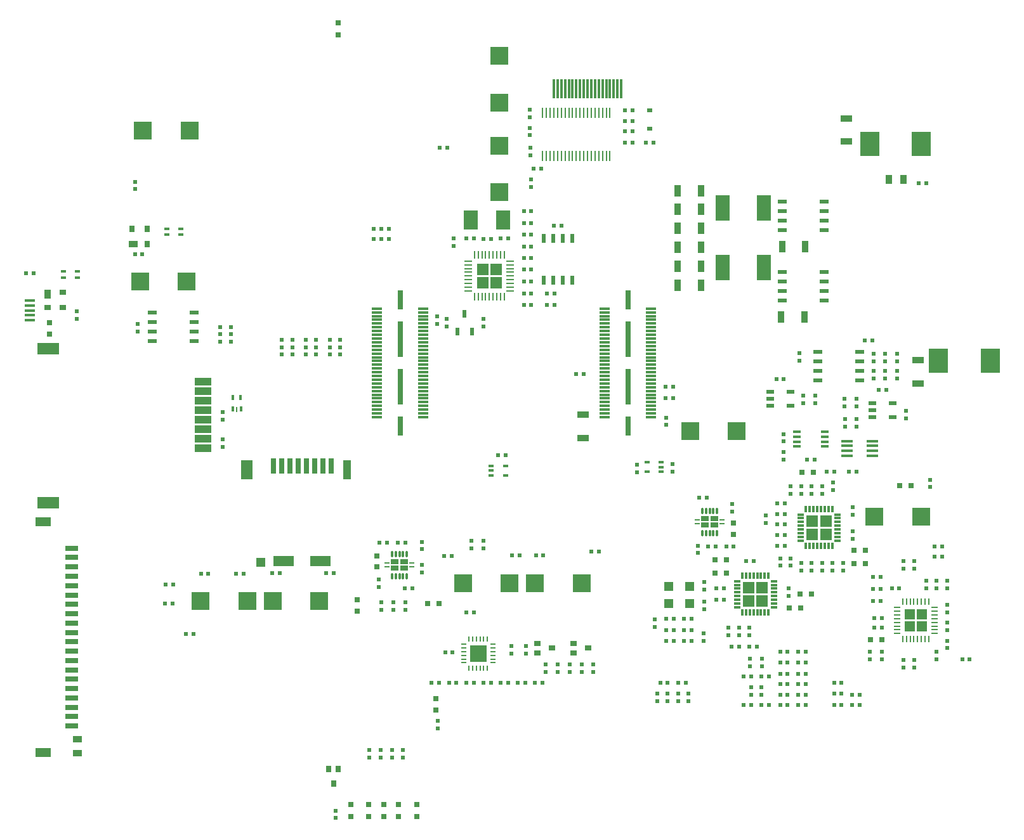
<source format=gtp>
%FSLAX44Y44*%
%MOMM*%
G71*
G01*
G75*
G04 Layer_Color=8421504*
%ADD10R,0.2500X0.8000*%
%ADD11R,0.4000X0.6500*%
%ADD12R,0.3250X0.6500*%
%ADD13R,0.6000X0.5000*%
%ADD14R,1.2000X1.1500*%
%ADD15R,2.5000X3.3000*%
%ADD16R,1.8288X3.4290*%
%ADD17R,0.6400X4.7000*%
%ADD18R,0.6400X2.5400*%
%ADD19R,1.4500X0.3000*%
%ADD20R,0.8500X0.2800*%
%ADD21R,0.2800X0.8500*%
%ADD22R,3.1500X3.1500*%
%ADD23R,3.5000X3.5000*%
%ADD24R,0.8500X0.3000*%
%ADD25R,0.3000X0.8500*%
%ADD26R,3.5000X3.5000*%
%ADD27R,1.0400X0.3800*%
%ADD28R,1.0000X0.2800*%
%ADD29R,0.2800X1.0000*%
%ADD30R,3.7000X3.7000*%
%ADD31R,0.8000X0.2400*%
%ADD32R,0.2400X0.8000*%
%ADD33R,2.2000X2.2000*%
%ADD34R,1.0000X0.5500*%
%ADD35R,1.2000X0.5800*%
%ADD36R,0.5800X1.2000*%
%ADD37R,0.9000X0.7000*%
%ADD38R,0.7000X0.9000*%
%ADD39C,1.0160*%
%ADD40R,1.9000X2.6000*%
%ADD41R,0.2800X1.4000*%
%ADD42R,0.8000X0.8000*%
%ADD43R,0.7500X0.4000*%
%ADD44R,0.9000X1.2000*%
%ADD45R,0.9000X0.8000*%
%ADD46R,0.6858X0.5588*%
%ADD47R,0.5000X0.6000*%
%ADD48R,1.6000X0.3000*%
%ADD49R,2.3700X2.4300*%
%ADD50R,2.4300X2.3700*%
%ADD51R,1.6000X0.9000*%
%ADD52R,0.9000X1.6000*%
%ADD53R,0.9000X1.3000*%
%ADD54R,1.3000X0.9000*%
%ADD55R,0.8000X0.8000*%
%ADD56R,0.5000X0.5000*%
%ADD57R,0.5000X0.5000*%
%ADD58R,0.3000X2.6000*%
%ADD59R,0.6000X1.0500*%
%ADD60R,0.7000X0.2800*%
%ADD61R,2.3368X1.6500*%
%ADD62O,0.2800X0.8500*%
%ADD63R,1.2000X0.9000*%
%ADD64R,0.8000X0.9000*%
%ADD65R,2.7000X1.4000*%
%ADD66R,0.7000X2.0000*%
%ADD67R,1.2000X1.2000*%
%ADD68R,1.5000X2.6000*%
%ADD69R,1.0000X2.6000*%
%ADD70R,1.9000X1.8000*%
%ADD71R,1.3500X0.4000*%
%ADD72R,2.9500X1.5000*%
%ADD73R,2.3000X1.0000*%
%ADD74R,2.0000X1.2500*%
%ADD75R,1.7000X0.8000*%
%ADD76C,0.2500*%
%ADD77C,0.3000*%
%ADD78C,0.5000*%
%ADD79C,0.2800*%
%ADD80C,0.4000*%
%ADD81C,0.2400*%
%ADD82C,0.8000*%
%ADD83C,0.5800*%
%ADD84C,0.6000*%
%ADD85C,0.4300*%
%ADD86C,0.3500*%
%ADD87C,1.0000*%
%ADD88C,0.2830*%
%ADD89C,1.7000*%
%ADD90C,5.0000*%
%ADD91O,4.0000X5.0000*%
%ADD92R,1.7000X1.7000*%
%ADD93R,1.7000X1.7000*%
%ADD94C,7.4000*%
%ADD95C,5.2000*%
%ADD96C,1.4000*%
%ADD97R,1.4000X1.4000*%
%ADD98R,2.0000X1.6000*%
%ADD99O,2.0000X1.6000*%
%ADD100R,1.6000X2.0000*%
%ADD101O,1.6000X2.0000*%
%ADD102C,1.3000*%
%ADD103C,2.0000*%
%ADD104O,1.3000X1.1000*%
%ADD105C,2.4000*%
%ADD106O,1.6000X2.0000*%
%ADD107R,1.6000X2.0000*%
%ADD108C,1.9000*%
%ADD109R,1.9000X1.9000*%
%ADD110C,3.6000*%
%ADD111R,3.6000X3.6000*%
%ADD112C,1.8000*%
%ADD113C,2.2000*%
%ADD114C,2.7000*%
%ADD115C,3.2500*%
%ADD116C,1.5748*%
%ADD117C,3.0000*%
%ADD118C,1.5240*%
%ADD119O,3.3000X4.0000*%
%ADD120C,3.0000*%
G04:AMPARAMS|DCode=121|XSize=1.25mm|YSize=1.1mm|CornerRadius=0.462mm|HoleSize=0mm|Usage=FLASHONLY|Rotation=0.000|XOffset=0mm|YOffset=0mm|HoleType=Round|Shape=RoundedRectangle|*
%AMROUNDEDRECTD121*
21,1,1.2500,0.1760,0,0,0.0*
21,1,0.3260,1.1000,0,0,0.0*
1,1,0.9240,0.1630,-0.0880*
1,1,0.9240,-0.1630,-0.0880*
1,1,0.9240,-0.1630,0.0880*
1,1,0.9240,0.1630,0.0880*
%
%ADD121ROUNDEDRECTD121*%
G04:AMPARAMS|DCode=122|XSize=1.9mm|YSize=2.425mm|CornerRadius=0.57mm|HoleSize=0mm|Usage=FLASHONLY|Rotation=0.000|XOffset=0mm|YOffset=0mm|HoleType=Round|Shape=RoundedRectangle|*
%AMROUNDEDRECTD122*
21,1,1.9000,1.2850,0,0,0.0*
21,1,0.7600,2.4250,0,0,0.0*
1,1,1.1400,0.3800,-0.6425*
1,1,1.1400,-0.3800,-0.6425*
1,1,1.1400,-0.3800,0.6425*
1,1,1.1400,0.3800,0.6425*
%
%ADD122ROUNDEDRECTD122*%
%ADD123R,1.5000X1.5000*%
%ADD124C,1.5000*%
%ADD125C,0.4500*%
%ADD126C,1.0000*%
%ADD127C,1.0000*%
%ADD128C,1.6000*%
G04:AMPARAMS|DCode=129|XSize=2mm|YSize=2mm|CornerRadius=0mm|HoleSize=0mm|Usage=FLASHONLY|Rotation=0.000|XOffset=0mm|YOffset=0mm|HoleType=Round|Shape=Relief|Width=0.5mm|Gap=0.2mm|Entries=4|*
%AMTHD129*
7,0,0,2.0000,1.6000,0.5000,45*
%
%ADD129THD129*%
%ADD130C,2.2000*%
%ADD131C,3.8000*%
G04:AMPARAMS|DCode=132|XSize=3.7mm|YSize=3.7mm|CornerRadius=0mm|HoleSize=0mm|Usage=FLASHONLY|Rotation=0.000|XOffset=0mm|YOffset=0mm|HoleType=Round|Shape=Relief|Width=0.5mm|Gap=0.2mm|Entries=4|*
%AMTHD132*
7,0,0,3.7000,3.3000,0.5000,45*
%
%ADD132THD132*%
G04:AMPARAMS|DCode=133|XSize=2.1mm|YSize=2.1mm|CornerRadius=0mm|HoleSize=0mm|Usage=FLASHONLY|Rotation=0.000|XOffset=0mm|YOffset=0mm|HoleType=Round|Shape=Relief|Width=0.5mm|Gap=0.2mm|Entries=4|*
%AMTHD133*
7,0,0,2.1000,1.7000,0.5000,45*
%
%ADD133THD133*%
%ADD134C,1.6500*%
G04:AMPARAMS|DCode=135|XSize=4.2mm|YSize=4.2mm|CornerRadius=0mm|HoleSize=0mm|Usage=FLASHONLY|Rotation=0.000|XOffset=0mm|YOffset=0mm|HoleType=Round|Shape=Relief|Width=0.5mm|Gap=0.2mm|Entries=4|*
%AMTHD135*
7,0,0,4.2000,3.8000,0.5000,45*
%
%ADD135THD135*%
G04:AMPARAMS|DCode=136|XSize=1.8mm|YSize=1.8mm|CornerRadius=0mm|HoleSize=0mm|Usage=FLASHONLY|Rotation=0.000|XOffset=0mm|YOffset=0mm|HoleType=Round|Shape=Relief|Width=0.5mm|Gap=0.2mm|Entries=4|*
%AMTHD136*
7,0,0,1.8000,1.4000,0.5000,45*
%
%ADD136THD136*%
G04:AMPARAMS|DCode=137|XSize=3.2mm|YSize=3.2mm|CornerRadius=0mm|HoleSize=0mm|Usage=FLASHONLY|Rotation=0.000|XOffset=0mm|YOffset=0mm|HoleType=Round|Shape=Relief|Width=0.5mm|Gap=0.2mm|Entries=4|*
%AMTHD137*
7,0,0,3.2000,2.8000,0.5000,45*
%
%ADD137THD137*%
G04:AMPARAMS|DCode=138|XSize=1.74mm|YSize=1.74mm|CornerRadius=0mm|HoleSize=0mm|Usage=FLASHONLY|Rotation=0.000|XOffset=0mm|YOffset=0mm|HoleType=Round|Shape=Relief|Width=0.5mm|Gap=0.2mm|Entries=4|*
%AMTHD138*
7,0,0,1.7400,1.3400,0.5000,45*
%
%ADD138THD138*%
G04:AMPARAMS|DCode=139|XSize=2.35mm|YSize=2.35mm|CornerRadius=0mm|HoleSize=0mm|Usage=FLASHONLY|Rotation=0.000|XOffset=0mm|YOffset=0mm|HoleType=Round|Shape=Relief|Width=0.5mm|Gap=0.2mm|Entries=4|*
%AMTHD139*
7,0,0,2.3500,1.9500,0.5000,45*
%
%ADD139THD139*%
%ADD140C,1.3400*%
G04:AMPARAMS|DCode=141|XSize=2.6mm|YSize=2.6mm|CornerRadius=0mm|HoleSize=0mm|Usage=FLASHONLY|Rotation=0.000|XOffset=0mm|YOffset=0mm|HoleType=Round|Shape=Relief|Width=0.5mm|Gap=0.2mm|Entries=4|*
%AMTHD141*
7,0,0,2.6000,2.2000,0.5000,45*
%
%ADD141THD141*%
%ADD142C,1.6900*%
G04:AMPARAMS|DCode=143|XSize=4.18mm|YSize=4.18mm|CornerRadius=0mm|HoleSize=0mm|Usage=FLASHONLY|Rotation=0.000|XOffset=0mm|YOffset=0mm|HoleType=Round|Shape=Relief|Width=0.5mm|Gap=0.2mm|Entries=4|*
%AMTHD143*
7,0,0,4.1800,3.7800,0.5000,45*
%
%ADD143THD143*%
G04:AMPARAMS|DCode=144|XSize=2.09mm|YSize=2.09mm|CornerRadius=0mm|HoleSize=0mm|Usage=FLASHONLY|Rotation=0.000|XOffset=0mm|YOffset=0mm|HoleType=Round|Shape=Relief|Width=0.5mm|Gap=0.2mm|Entries=4|*
%AMTHD144*
7,0,0,2.0900,1.6900,0.5000,45*
%
%ADD144THD144*%
%ADD145C,2.4000*%
G04:AMPARAMS|DCode=146|XSize=2.8mm|YSize=2.8mm|CornerRadius=0mm|HoleSize=0mm|Usage=FLASHONLY|Rotation=0.000|XOffset=0mm|YOffset=0mm|HoleType=Round|Shape=Relief|Width=0.5mm|Gap=0.2mm|Entries=4|*
%AMTHD146*
7,0,0,2.8000,2.4000,0.5000,45*
%
%ADD146THD146*%
G04:AMPARAMS|DCode=147|XSize=2.3mm|YSize=2.3mm|CornerRadius=0mm|HoleSize=0mm|Usage=FLASHONLY|Rotation=0.000|XOffset=0mm|YOffset=0mm|HoleType=Round|Shape=Relief|Width=0.5mm|Gap=0.2mm|Entries=4|*
%AMTHD147*
7,0,0,2.3000,1.9000,0.5000,45*
%
%ADD147THD147*%
%ADD148C,3.8500*%
%ADD149C,1.9500*%
G04:AMPARAMS|DCode=150|XSize=3.3mm|YSize=3.3mm|CornerRadius=0mm|HoleSize=0mm|Usage=FLASHONLY|Rotation=0.000|XOffset=0mm|YOffset=0mm|HoleType=Round|Shape=Relief|Width=0.5mm|Gap=0.2mm|Entries=4|*
%AMTHD150*
7,0,0,3.3000,2.9000,0.5000,45*
%
%ADD150THD150*%
%ADD151C,2.3500*%
G04:AMPARAMS|DCode=152|XSize=3.4mm|YSize=3.4mm|CornerRadius=0mm|HoleSize=0mm|Usage=FLASHONLY|Rotation=0.000|XOffset=0mm|YOffset=0mm|HoleType=Round|Shape=Relief|Width=0.5mm|Gap=0.2mm|Entries=4|*
%AMTHD152*
7,0,0,3.4000,3.0000,0.5000,45*
%
%ADD152THD152*%
G04:AMPARAMS|DCode=153|XSize=4mm|YSize=4mm|CornerRadius=0mm|HoleSize=0mm|Usage=FLASHONLY|Rotation=0.000|XOffset=0mm|YOffset=0mm|HoleType=Round|Shape=Relief|Width=0.5mm|Gap=0.2mm|Entries=4|*
%AMTHD153*
7,0,0,4.0000,3.6000,0.5000,45*
%
%ADD153THD153*%
G04:AMPARAMS|DCode=154|XSize=3mm|YSize=3mm|CornerRadius=0mm|HoleSize=0mm|Usage=FLASHONLY|Rotation=0.000|XOffset=0mm|YOffset=0mm|HoleType=Round|Shape=Relief|Width=0.5mm|Gap=0.2mm|Entries=4|*
%AMTHD154*
7,0,0,3.0000,2.6000,0.5000,45*
%
%ADD154THD154*%
%ADD155C,2.1500*%
G04:AMPARAMS|DCode=156|XSize=1.85mm|YSize=1.85mm|CornerRadius=0mm|HoleSize=0mm|Usage=FLASHONLY|Rotation=0.000|XOffset=0mm|YOffset=0mm|HoleType=Round|Shape=Relief|Width=0.5mm|Gap=0.2mm|Entries=4|*
%AMTHD156*
7,0,0,1.8500,1.4500,0.5000,45*
%
%ADD156THD156*%
%ADD157C,2.0000*%
%ADD158C,2.9500*%
G04:AMPARAMS|DCode=159|XSize=1.7mm|YSize=1.7mm|CornerRadius=0mm|HoleSize=0mm|Usage=FLASHONLY|Rotation=0.000|XOffset=0mm|YOffset=0mm|HoleType=Round|Shape=Relief|Width=0.5mm|Gap=0.2mm|Entries=4|*
%AMTHD159*
7,0,0,1.7000,1.3000,0.5000,45*
%
%ADD159THD159*%
G04:AMPARAMS|DCode=160|XSize=1.9mm|YSize=1.9mm|CornerRadius=0mm|HoleSize=0mm|Usage=FLASHONLY|Rotation=0.000|XOffset=0mm|YOffset=0mm|HoleType=Round|Shape=Relief|Width=0.5mm|Gap=0.2mm|Entries=4|*
%AMTHD160*
7,0,0,1.9000,1.5000,0.5000,45*
%
%ADD160THD160*%
%ADD161C,0.8000*%
%ADD162C,1.1000*%
%ADD163C,0.2000*%
%ADD164R,2.3000X3.2000*%
%ADD165R,0.6000X2.0000*%
%ADD166R,0.2500X0.6000*%
%ADD167R,3.3000X3.3000*%
%ADD168R,0.6000X0.2300*%
%ADD169R,0.2300X0.6000*%
%ADD170R,0.2500X0.5000*%
%ADD171R,1.6000X0.3500*%
%ADD172R,1.6000X0.8000*%
%ADD173R,3.0000X2.1000*%
%ADD174R,0.7620X1.9050*%
%ADD175R,3.6000X3.0000*%
%ADD176R,2.5000X0.8000*%
%ADD177R,0.4000X0.7500*%
%ADD178C,0.6350*%
%ADD179R,1.4000X0.7500*%
%ADD180R,1.1000X1.2000*%
%ADD181R,1.2000X2.7000*%
%ADD182R,1.5000X1.9000*%
%ADD183R,1.0000X1.2000*%
%ADD184R,1.0000X0.8001*%
%ADD185R,1.0000X2.8001*%
%ADD186R,1.3000X1.8999*%
%ADD187R,1.0000X1.2000*%
%ADD188R,0.7000X1.2000*%
%ADD189C,0.2300*%
%ADD190C,0.2200*%
%ADD191C,0.2540*%
%ADD192C,0.2032*%
%ADD193C,0.1500*%
%ADD194R,1.4000X1.4000*%
%ADD195R,1.6000X1.6000*%
%ADD196R,1.6000X1.6000*%
%ADD197R,1.6000X1.6000*%
%ADD198R,1.6000X1.6000*%
%ADD199R,1.0414X0.6604*%
D10*
X325000Y562749D02*
D03*
D11*
X330000Y578499D02*
D03*
X320000D02*
D03*
D12*
X330380Y563499D02*
D03*
X319620D02*
D03*
D13*
X449000Y636000D02*
D03*
Y646000D02*
D03*
X614000Y791000D02*
D03*
Y781000D02*
D03*
X638000Y387000D02*
D03*
Y377000D02*
D03*
X654000Y387000D02*
D03*
Y377000D02*
D03*
X1097000Y581000D02*
D03*
Y571000D02*
D03*
X1081000Y581000D02*
D03*
Y571000D02*
D03*
X1273000Y334000D02*
D03*
Y324000D02*
D03*
X769000Y222000D02*
D03*
Y212000D02*
D03*
X753000Y222000D02*
D03*
Y212000D02*
D03*
X785000Y222000D02*
D03*
Y212000D02*
D03*
X801000Y222000D02*
D03*
Y212000D02*
D03*
X654000Y674000D02*
D03*
Y684000D02*
D03*
X906000Y490000D02*
D03*
Y480000D02*
D03*
X1055000Y530000D02*
D03*
Y520000D02*
D03*
Y496000D02*
D03*
Y506000D02*
D03*
X457000Y17000D02*
D03*
Y27000D02*
D03*
X1026000Y220000D02*
D03*
Y230000D02*
D03*
X1010000Y220000D02*
D03*
Y230000D02*
D03*
X948000Y264000D02*
D03*
Y254000D02*
D03*
X883000Y272000D02*
D03*
Y282000D02*
D03*
X111000Y684000D02*
D03*
Y694000D02*
D03*
X303000Y653000D02*
D03*
Y663000D02*
D03*
Y673000D02*
D03*
Y663000D02*
D03*
X317000Y653000D02*
D03*
Y663000D02*
D03*
Y673000D02*
D03*
Y663000D02*
D03*
X1190000Y637000D02*
D03*
Y627000D02*
D03*
Y604000D02*
D03*
Y614000D02*
D03*
X1206000Y627000D02*
D03*
Y637000D02*
D03*
Y604000D02*
D03*
Y614000D02*
D03*
X1076000Y638000D02*
D03*
Y628000D02*
D03*
X1218000Y551000D02*
D03*
Y561000D02*
D03*
X718000Y860000D02*
D03*
Y870000D02*
D03*
X1170000Y239000D02*
D03*
Y229000D02*
D03*
X1186000Y229000D02*
D03*
Y239000D02*
D03*
X1031000Y421000D02*
D03*
Y411000D02*
D03*
X547000Y98000D02*
D03*
Y108000D02*
D03*
X532000Y98000D02*
D03*
Y108000D02*
D03*
X517000Y98000D02*
D03*
Y108000D02*
D03*
X502000Y98000D02*
D03*
Y108000D02*
D03*
X385000Y636000D02*
D03*
Y646000D02*
D03*
Y656000D02*
D03*
Y646000D02*
D03*
X399000Y636000D02*
D03*
Y646000D02*
D03*
Y656000D02*
D03*
Y646000D02*
D03*
X417000Y636000D02*
D03*
Y646000D02*
D03*
Y656000D02*
D03*
Y646000D02*
D03*
X431000Y636000D02*
D03*
Y646000D02*
D03*
Y656000D02*
D03*
Y646000D02*
D03*
X449000Y656000D02*
D03*
Y646000D02*
D03*
X463000Y636000D02*
D03*
Y646000D02*
D03*
Y656000D02*
D03*
Y646000D02*
D03*
X550000Y295000D02*
D03*
Y305000D02*
D03*
X534000Y295000D02*
D03*
Y305000D02*
D03*
X1137000Y550000D02*
D03*
Y540000D02*
D03*
X1121000Y465000D02*
D03*
Y455000D02*
D03*
X1152000Y577000D02*
D03*
Y567000D02*
D03*
X1136000Y567000D02*
D03*
Y577000D02*
D03*
X737000Y212000D02*
D03*
Y222000D02*
D03*
X711000Y237000D02*
D03*
Y247000D02*
D03*
X518000Y295000D02*
D03*
Y305000D02*
D03*
X691000Y237000D02*
D03*
Y247000D02*
D03*
D14*
X901000Y326750D02*
D03*
Y303250D02*
D03*
X929000Y326750D02*
D03*
Y303250D02*
D03*
D15*
X1169500Y917000D02*
D03*
X1238500D02*
D03*
X1261500Y628000D02*
D03*
X1330500D02*
D03*
D16*
X1028686Y752000D02*
D03*
X973314D02*
D03*
Y832000D02*
D03*
X1028686D02*
D03*
D17*
X543000Y656750D02*
D03*
Y593250D02*
D03*
X847000Y656750D02*
D03*
Y593250D02*
D03*
D18*
X543000Y709450D02*
D03*
Y540550D02*
D03*
X847000Y709450D02*
D03*
Y540550D02*
D03*
D19*
X512100Y697500D02*
D03*
Y692500D02*
D03*
Y687500D02*
D03*
Y682500D02*
D03*
Y677500D02*
D03*
Y672500D02*
D03*
Y667500D02*
D03*
Y662500D02*
D03*
Y657500D02*
D03*
Y652500D02*
D03*
Y647500D02*
D03*
Y642500D02*
D03*
Y637500D02*
D03*
Y632500D02*
D03*
Y627500D02*
D03*
Y622500D02*
D03*
Y617500D02*
D03*
Y612500D02*
D03*
Y607500D02*
D03*
Y602500D02*
D03*
Y597500D02*
D03*
Y592500D02*
D03*
Y587500D02*
D03*
Y582500D02*
D03*
Y577500D02*
D03*
Y572500D02*
D03*
Y567500D02*
D03*
Y562500D02*
D03*
Y557500D02*
D03*
Y552500D02*
D03*
X573900Y697500D02*
D03*
Y692500D02*
D03*
Y687500D02*
D03*
Y682500D02*
D03*
Y677500D02*
D03*
Y672500D02*
D03*
Y667500D02*
D03*
Y662500D02*
D03*
Y657500D02*
D03*
Y652500D02*
D03*
Y647500D02*
D03*
Y642500D02*
D03*
Y637500D02*
D03*
Y632500D02*
D03*
Y627500D02*
D03*
Y622500D02*
D03*
Y617500D02*
D03*
Y612500D02*
D03*
Y607500D02*
D03*
Y602500D02*
D03*
Y597500D02*
D03*
Y592500D02*
D03*
Y587500D02*
D03*
Y582500D02*
D03*
Y577500D02*
D03*
Y572500D02*
D03*
Y567500D02*
D03*
Y562500D02*
D03*
Y557500D02*
D03*
Y552500D02*
D03*
X816100Y697500D02*
D03*
Y692500D02*
D03*
Y687500D02*
D03*
Y682500D02*
D03*
Y677500D02*
D03*
Y672500D02*
D03*
Y667500D02*
D03*
Y662500D02*
D03*
Y657500D02*
D03*
Y652500D02*
D03*
Y647500D02*
D03*
Y642500D02*
D03*
Y637500D02*
D03*
Y632500D02*
D03*
Y627500D02*
D03*
Y622500D02*
D03*
Y617500D02*
D03*
Y612500D02*
D03*
Y607500D02*
D03*
Y602500D02*
D03*
Y597500D02*
D03*
Y592500D02*
D03*
Y587500D02*
D03*
Y582500D02*
D03*
Y577500D02*
D03*
Y572500D02*
D03*
Y567500D02*
D03*
Y562500D02*
D03*
Y557500D02*
D03*
Y552500D02*
D03*
X877900Y697500D02*
D03*
Y692500D02*
D03*
Y687500D02*
D03*
Y682500D02*
D03*
Y677500D02*
D03*
Y672500D02*
D03*
Y667500D02*
D03*
Y662500D02*
D03*
Y657500D02*
D03*
Y652500D02*
D03*
Y647500D02*
D03*
Y642500D02*
D03*
Y637500D02*
D03*
Y632500D02*
D03*
Y627500D02*
D03*
Y622500D02*
D03*
Y617500D02*
D03*
Y612500D02*
D03*
Y607500D02*
D03*
Y602500D02*
D03*
Y597500D02*
D03*
Y592500D02*
D03*
Y587500D02*
D03*
Y582500D02*
D03*
Y577500D02*
D03*
Y572500D02*
D03*
Y567500D02*
D03*
Y562500D02*
D03*
Y557500D02*
D03*
Y552500D02*
D03*
D20*
X1206250Y263500D02*
D03*
Y268500D02*
D03*
Y273500D02*
D03*
Y278500D02*
D03*
Y283500D02*
D03*
Y288500D02*
D03*
Y293500D02*
D03*
Y298500D02*
D03*
X1255750D02*
D03*
Y293500D02*
D03*
Y288500D02*
D03*
Y283500D02*
D03*
Y278500D02*
D03*
Y273500D02*
D03*
Y268500D02*
D03*
Y263500D02*
D03*
D21*
X1213500Y305750D02*
D03*
X1218500D02*
D03*
X1223500D02*
D03*
X1228500D02*
D03*
X1233500D02*
D03*
X1238500D02*
D03*
X1243500D02*
D03*
X1248500D02*
D03*
Y256250D02*
D03*
X1243500D02*
D03*
X1238500D02*
D03*
X1233500D02*
D03*
X1228500D02*
D03*
X1223500D02*
D03*
X1218500D02*
D03*
X1213500D02*
D03*
D24*
X992500Y333500D02*
D03*
Y328500D02*
D03*
Y323500D02*
D03*
Y318500D02*
D03*
Y313500D02*
D03*
Y308500D02*
D03*
Y303500D02*
D03*
Y298500D02*
D03*
X1041500D02*
D03*
Y303500D02*
D03*
Y308500D02*
D03*
Y313500D02*
D03*
Y318500D02*
D03*
Y323500D02*
D03*
Y328500D02*
D03*
Y333500D02*
D03*
X1077500Y422500D02*
D03*
Y417500D02*
D03*
Y412500D02*
D03*
Y407500D02*
D03*
Y402500D02*
D03*
Y397500D02*
D03*
Y392500D02*
D03*
Y387500D02*
D03*
X1126500D02*
D03*
Y392500D02*
D03*
Y397500D02*
D03*
Y402500D02*
D03*
Y407500D02*
D03*
Y412500D02*
D03*
Y417500D02*
D03*
Y422500D02*
D03*
D25*
X999500Y291500D02*
D03*
X1004500D02*
D03*
X1009500D02*
D03*
X1014500D02*
D03*
X1019500D02*
D03*
X1024500D02*
D03*
X1029500D02*
D03*
X1034500D02*
D03*
Y340500D02*
D03*
X1029500D02*
D03*
X1024500D02*
D03*
X1019500D02*
D03*
X1014500D02*
D03*
X1009500D02*
D03*
X1004500D02*
D03*
X999500D02*
D03*
X1119500Y429500D02*
D03*
X1114500D02*
D03*
X1109500D02*
D03*
X1104500D02*
D03*
X1099500D02*
D03*
X1094500D02*
D03*
X1089500D02*
D03*
X1084500D02*
D03*
Y380500D02*
D03*
X1089500D02*
D03*
X1094500D02*
D03*
X1099500D02*
D03*
X1104500D02*
D03*
X1109500D02*
D03*
X1114500D02*
D03*
X1119500D02*
D03*
D27*
X1072000Y532750D02*
D03*
Y526250D02*
D03*
Y519750D02*
D03*
Y513250D02*
D03*
X1110000Y532750D02*
D03*
Y526250D02*
D03*
Y519750D02*
D03*
Y513250D02*
D03*
D28*
X634000Y761000D02*
D03*
Y756000D02*
D03*
Y751000D02*
D03*
Y746000D02*
D03*
Y741000D02*
D03*
Y736000D02*
D03*
Y731000D02*
D03*
Y726000D02*
D03*
Y721000D02*
D03*
X690000D02*
D03*
Y726000D02*
D03*
Y731000D02*
D03*
Y736000D02*
D03*
Y741000D02*
D03*
Y746000D02*
D03*
Y751000D02*
D03*
Y756000D02*
D03*
Y761000D02*
D03*
D29*
X642000Y713000D02*
D03*
X647000D02*
D03*
X652000D02*
D03*
X657000D02*
D03*
X662000D02*
D03*
X667000D02*
D03*
X672000D02*
D03*
X677000D02*
D03*
X682000D02*
D03*
Y769000D02*
D03*
X677000D02*
D03*
X672000D02*
D03*
X667000D02*
D03*
X662000D02*
D03*
X657000D02*
D03*
X652000D02*
D03*
X647000D02*
D03*
X642000D02*
D03*
D31*
X627500Y224500D02*
D03*
Y229500D02*
D03*
Y234500D02*
D03*
Y239500D02*
D03*
Y244500D02*
D03*
Y249500D02*
D03*
X666500D02*
D03*
Y244500D02*
D03*
Y239500D02*
D03*
Y234500D02*
D03*
Y229500D02*
D03*
Y224500D02*
D03*
D32*
X634500Y256500D02*
D03*
X639500D02*
D03*
X644500D02*
D03*
X649500D02*
D03*
X654500D02*
D03*
X659500D02*
D03*
Y217500D02*
D03*
X654500D02*
D03*
X649500D02*
D03*
X644500D02*
D03*
X639500D02*
D03*
X634500D02*
D03*
D33*
X647000Y237000D02*
D03*
D34*
X1063500Y567500D02*
D03*
Y586500D02*
D03*
X1036500Y567500D02*
D03*
Y577000D02*
D03*
Y586500D02*
D03*
X1200500Y552500D02*
D03*
Y571500D02*
D03*
X1173500Y552500D02*
D03*
Y562000D02*
D03*
Y571500D02*
D03*
D35*
X268000Y653950D02*
D03*
Y666650D02*
D03*
Y679350D02*
D03*
Y692050D02*
D03*
X212000Y653950D02*
D03*
Y666650D02*
D03*
Y679350D02*
D03*
Y692050D02*
D03*
X1156000Y601950D02*
D03*
Y614650D02*
D03*
Y627350D02*
D03*
Y640050D02*
D03*
X1100000Y601950D02*
D03*
Y614650D02*
D03*
Y627350D02*
D03*
Y640050D02*
D03*
X1109000Y707950D02*
D03*
Y720650D02*
D03*
Y733350D02*
D03*
Y746050D02*
D03*
X1053000Y707950D02*
D03*
Y720650D02*
D03*
Y733350D02*
D03*
Y746050D02*
D03*
X1109000Y801950D02*
D03*
Y814650D02*
D03*
Y827350D02*
D03*
Y840050D02*
D03*
X1053000Y801950D02*
D03*
Y814650D02*
D03*
Y827350D02*
D03*
Y840050D02*
D03*
D36*
X734950Y735000D02*
D03*
X747650D02*
D03*
X760350D02*
D03*
X773050D02*
D03*
X734950Y791000D02*
D03*
X747650D02*
D03*
X760350D02*
D03*
X773050D02*
D03*
D37*
X726500Y250500D02*
D03*
Y237500D02*
D03*
X745500Y244000D02*
D03*
X774500Y250500D02*
D03*
Y237500D02*
D03*
X793500Y244000D02*
D03*
D38*
X460500Y82500D02*
D03*
X447500D02*
D03*
X454000Y63500D02*
D03*
D40*
X680500Y816000D02*
D03*
X637500D02*
D03*
D41*
X733000Y901500D02*
D03*
X738000D02*
D03*
X743000D02*
D03*
X748000D02*
D03*
X753000D02*
D03*
X758000D02*
D03*
X763000D02*
D03*
X768000D02*
D03*
X773000D02*
D03*
X778000D02*
D03*
X783000D02*
D03*
X788000D02*
D03*
X793000D02*
D03*
X798000D02*
D03*
X803000D02*
D03*
X808000D02*
D03*
X813000D02*
D03*
X818000D02*
D03*
X823000D02*
D03*
X733000Y958500D02*
D03*
X738000D02*
D03*
X743000D02*
D03*
X748000D02*
D03*
X753000D02*
D03*
X758000D02*
D03*
X763000D02*
D03*
X768000D02*
D03*
X773000D02*
D03*
X778000D02*
D03*
X783000D02*
D03*
X788000D02*
D03*
X793000D02*
D03*
X798000D02*
D03*
X803000D02*
D03*
X808000D02*
D03*
X813000D02*
D03*
X818000D02*
D03*
X823000D02*
D03*
D42*
X541000Y35000D02*
D03*
Y19000D02*
D03*
X477000Y35000D02*
D03*
Y19000D02*
D03*
X460000Y1063000D02*
D03*
Y1079000D02*
D03*
X565000Y35000D02*
D03*
Y19000D02*
D03*
X521000Y35000D02*
D03*
Y19000D02*
D03*
X501000Y35000D02*
D03*
Y19000D02*
D03*
X486000Y308500D02*
D03*
Y293500D02*
D03*
X591000Y161500D02*
D03*
Y176500D02*
D03*
X988000Y396000D02*
D03*
Y411000D02*
D03*
X512000Y367500D02*
D03*
Y352500D02*
D03*
X75000Y678500D02*
D03*
Y663500D02*
D03*
D43*
X231750Y804000D02*
D03*
Y796000D02*
D03*
X250250Y804000D02*
D03*
Y796000D02*
D03*
X93750Y747000D02*
D03*
Y739000D02*
D03*
X112250Y747000D02*
D03*
Y739000D02*
D03*
X891500Y479500D02*
D03*
Y486000D02*
D03*
Y492500D02*
D03*
X872500Y479500D02*
D03*
Y492500D02*
D03*
X664500Y487500D02*
D03*
Y481000D02*
D03*
Y474500D02*
D03*
X683500Y487500D02*
D03*
Y474500D02*
D03*
D44*
X72500Y717000D02*
D03*
D45*
Y699000D02*
D03*
X92500Y719000D02*
D03*
Y699000D02*
D03*
D46*
X876000Y937808D02*
D03*
Y962192D02*
D03*
D47*
X907000Y578000D02*
D03*
X897000D02*
D03*
X1293000Y229000D02*
D03*
X1303000D02*
D03*
X654000Y790000D02*
D03*
X664000D02*
D03*
X515000Y385000D02*
D03*
X525000D02*
D03*
X788000Y610000D02*
D03*
X778000D02*
D03*
X1122000Y183000D02*
D03*
X1132000D02*
D03*
X1009000Y246000D02*
D03*
X1019000D02*
D03*
X995000D02*
D03*
X985000D02*
D03*
X1074000Y196000D02*
D03*
X1084000D02*
D03*
X1060000D02*
D03*
X1050000D02*
D03*
X1084000Y225000D02*
D03*
X1074000D02*
D03*
X1050000D02*
D03*
X1060000D02*
D03*
X914000Y198000D02*
D03*
X924000D02*
D03*
X900000D02*
D03*
X890000D02*
D03*
X922000Y283000D02*
D03*
X932000D02*
D03*
X908000D02*
D03*
X898000D02*
D03*
X708000Y718000D02*
D03*
X718000D02*
D03*
X708000Y812000D02*
D03*
X718000D02*
D03*
X708000Y734000D02*
D03*
X718000D02*
D03*
X708000Y750000D02*
D03*
X718000D02*
D03*
X708000Y828000D02*
D03*
X718000D02*
D03*
X708000Y780000D02*
D03*
X718000D02*
D03*
X718000Y702000D02*
D03*
X708000D02*
D03*
X739000Y702000D02*
D03*
X749000D02*
D03*
X739000Y718000D02*
D03*
X749000D02*
D03*
X528000Y790000D02*
D03*
X518000D02*
D03*
X508000D02*
D03*
X518000D02*
D03*
X528000Y804000D02*
D03*
X518000D02*
D03*
X508000D02*
D03*
X518000D02*
D03*
X1163000Y655000D02*
D03*
X1173000D02*
D03*
X871000Y919000D02*
D03*
X881000D02*
D03*
X853000Y919000D02*
D03*
X843000D02*
D03*
X853000Y934000D02*
D03*
X843000D02*
D03*
X843000Y962000D02*
D03*
X853000D02*
D03*
X1184000Y323000D02*
D03*
X1174000D02*
D03*
X1184000Y307000D02*
D03*
X1174000D02*
D03*
X1174000Y339000D02*
D03*
X1184000D02*
D03*
X1142000Y480000D02*
D03*
X1152000D02*
D03*
X1112000D02*
D03*
X1122000D02*
D03*
X964000Y379500D02*
D03*
X954000D02*
D03*
X988000D02*
D03*
X978000D02*
D03*
X965000Y324000D02*
D03*
X975000D02*
D03*
X540000Y385000D02*
D03*
X550000D02*
D03*
X718000Y796000D02*
D03*
X708000D02*
D03*
X723000Y198000D02*
D03*
X733000D02*
D03*
X608000D02*
D03*
X618000D02*
D03*
X585000D02*
D03*
X595000D02*
D03*
X631000Y198000D02*
D03*
X641000D02*
D03*
X654000Y198000D02*
D03*
X664000D02*
D03*
X700000D02*
D03*
X710000D02*
D03*
X677000D02*
D03*
X687000D02*
D03*
X382000Y344000D02*
D03*
X372000D02*
D03*
D48*
X1139000Y520750D02*
D03*
Y514250D02*
D03*
Y507750D02*
D03*
Y501250D02*
D03*
X1173000Y520750D02*
D03*
Y514250D02*
D03*
Y507750D02*
D03*
Y501250D02*
D03*
D49*
X258200Y734000D02*
D03*
X195800D02*
D03*
X262200Y935000D02*
D03*
X199800D02*
D03*
X1238200Y420000D02*
D03*
X1175800D02*
D03*
X689200Y331000D02*
D03*
X626800D02*
D03*
X785200D02*
D03*
X722800D02*
D03*
X339200Y307000D02*
D03*
X276800D02*
D03*
X435200D02*
D03*
X372800D02*
D03*
X992200Y534000D02*
D03*
X929800D02*
D03*
D50*
X675000Y915200D02*
D03*
Y852800D02*
D03*
Y1035200D02*
D03*
Y972800D02*
D03*
D51*
X1138000Y951500D02*
D03*
Y920500D02*
D03*
X787000Y524500D02*
D03*
Y555500D02*
D03*
X1234000Y597500D02*
D03*
Y628500D02*
D03*
D52*
X913500Y729000D02*
D03*
X944500D02*
D03*
X913500Y754000D02*
D03*
X944500D02*
D03*
X913500Y779000D02*
D03*
X944500D02*
D03*
X913500Y855000D02*
D03*
X944500D02*
D03*
X913500Y805000D02*
D03*
X944500D02*
D03*
X913500Y830000D02*
D03*
X944500D02*
D03*
X1051500Y686000D02*
D03*
X1082500D02*
D03*
X1052500Y780000D02*
D03*
X1083500D02*
D03*
D53*
X1214500Y870000D02*
D03*
X1195500D02*
D03*
D54*
X112000Y122500D02*
D03*
Y103500D02*
D03*
D55*
X1077500Y298000D02*
D03*
X1062500D02*
D03*
X978500Y362000D02*
D03*
X963500D02*
D03*
X963500Y344000D02*
D03*
X978500D02*
D03*
X1209500Y461000D02*
D03*
X1224500D02*
D03*
X579500Y304000D02*
D03*
X594500D02*
D03*
X1076500Y316000D02*
D03*
X1091500D02*
D03*
X1185500Y255000D02*
D03*
X1170500D02*
D03*
X1163500Y375000D02*
D03*
X1148500D02*
D03*
X1094500Y479000D02*
D03*
X1079500D02*
D03*
X1148500Y357000D02*
D03*
X1163500D02*
D03*
D56*
X1045000Y603000D02*
D03*
X1055000D02*
D03*
X1156000Y182000D02*
D03*
X1146000D02*
D03*
X1084000D02*
D03*
X1074000D02*
D03*
X1050000D02*
D03*
X1060000D02*
D03*
X1266000Y366000D02*
D03*
X1256000D02*
D03*
X1245000Y865000D02*
D03*
X1235000D02*
D03*
X674000Y502000D02*
D03*
X684000D02*
D03*
X1086000Y496000D02*
D03*
X1096000D02*
D03*
X613000Y238000D02*
D03*
X603000D02*
D03*
X1146000Y168000D02*
D03*
X1156000D02*
D03*
X1132000D02*
D03*
X1122000D02*
D03*
X1132000Y198000D02*
D03*
X1122000D02*
D03*
X1035000Y168000D02*
D03*
X1025000D02*
D03*
X1001000D02*
D03*
X1011000D02*
D03*
X1025000Y206000D02*
D03*
X1035000D02*
D03*
X1011000D02*
D03*
X1001000D02*
D03*
X1084000Y168000D02*
D03*
X1074000D02*
D03*
X1050000D02*
D03*
X1060000D02*
D03*
X1084000Y239000D02*
D03*
X1074000D02*
D03*
X1050000D02*
D03*
X1060000D02*
D03*
X1074000Y210000D02*
D03*
X1084000D02*
D03*
X1060000D02*
D03*
X1050000D02*
D03*
X965000Y309000D02*
D03*
X975000D02*
D03*
X1015000Y360000D02*
D03*
X1005000D02*
D03*
X932000Y254000D02*
D03*
X922000D02*
D03*
X898000D02*
D03*
X908000D02*
D03*
X932000Y268000D02*
D03*
X922000D02*
D03*
X898000D02*
D03*
X908000D02*
D03*
X853000Y948000D02*
D03*
X843000D02*
D03*
X677000Y791000D02*
D03*
X687000D02*
D03*
X641000D02*
D03*
X631000D02*
D03*
X718000Y765000D02*
D03*
X708000D02*
D03*
X199000Y770000D02*
D03*
X189000D02*
D03*
X596000Y912000D02*
D03*
X606000D02*
D03*
X758000Y808000D02*
D03*
X748000D02*
D03*
X44000Y745000D02*
D03*
X54000D02*
D03*
X1182000Y589000D02*
D03*
X1192000D02*
D03*
X721000Y884000D02*
D03*
X731000D02*
D03*
X1186000Y284000D02*
D03*
X1176000D02*
D03*
X1209000Y324000D02*
D03*
X1199000D02*
D03*
X1056000Y423000D02*
D03*
X1046000D02*
D03*
X1056000Y381000D02*
D03*
X1046000D02*
D03*
X1256000Y380000D02*
D03*
X1266000D02*
D03*
X1046000Y395000D02*
D03*
X1056000D02*
D03*
X1046000Y409000D02*
D03*
X1056000D02*
D03*
X1046000Y437000D02*
D03*
X1056000D02*
D03*
X1176000Y271000D02*
D03*
X1186000D02*
D03*
X942000Y445000D02*
D03*
X952000D02*
D03*
X724000Y368000D02*
D03*
X734000D02*
D03*
X559000Y324000D02*
D03*
X549000D02*
D03*
X240000Y329000D02*
D03*
X230000D02*
D03*
X229000Y304000D02*
D03*
X239000D02*
D03*
X907000Y593000D02*
D03*
X897000D02*
D03*
X324000Y343000D02*
D03*
X334000D02*
D03*
X257000Y263000D02*
D03*
X267000D02*
D03*
X798000Y373000D02*
D03*
X808000D02*
D03*
X641000Y292000D02*
D03*
X631000D02*
D03*
X702000Y368000D02*
D03*
X692000D02*
D03*
X612000Y367000D02*
D03*
X602000D02*
D03*
X444000Y344000D02*
D03*
X454000D02*
D03*
X277000Y343000D02*
D03*
X287000D02*
D03*
D57*
X1229000Y350000D02*
D03*
Y360000D02*
D03*
X1092000Y358000D02*
D03*
Y348000D02*
D03*
X1229000Y228000D02*
D03*
Y218000D02*
D03*
X1106000Y358000D02*
D03*
Y348000D02*
D03*
X1025000Y182000D02*
D03*
Y192000D02*
D03*
X1011000Y182000D02*
D03*
Y192000D02*
D03*
X914000Y173000D02*
D03*
Y183000D02*
D03*
X900000Y173000D02*
D03*
Y183000D02*
D03*
X859000Y489000D02*
D03*
Y479000D02*
D03*
X593000Y137000D02*
D03*
Y147000D02*
D03*
X1250000Y469000D02*
D03*
Y459000D02*
D03*
X1009000Y261000D02*
D03*
Y271000D02*
D03*
X995000Y261000D02*
D03*
Y271000D02*
D03*
X981000Y261000D02*
D03*
Y271000D02*
D03*
X949000Y322000D02*
D03*
Y332000D02*
D03*
Y296000D02*
D03*
Y306000D02*
D03*
X1061000Y324000D02*
D03*
Y314000D02*
D03*
X928000Y183000D02*
D03*
Y173000D02*
D03*
X886000Y183000D02*
D03*
Y173000D02*
D03*
X306000Y559000D02*
D03*
Y549000D02*
D03*
X193000Y677000D02*
D03*
Y667000D02*
D03*
X1175000Y604000D02*
D03*
Y614000D02*
D03*
Y627000D02*
D03*
Y637000D02*
D03*
X716000Y953000D02*
D03*
Y963000D02*
D03*
Y929000D02*
D03*
Y939000D02*
D03*
X717000Y902000D02*
D03*
Y912000D02*
D03*
X1273000Y268000D02*
D03*
Y278000D02*
D03*
X1064000Y460000D02*
D03*
Y450000D02*
D03*
X1092000Y460000D02*
D03*
Y450000D02*
D03*
X1078000Y460000D02*
D03*
Y450000D02*
D03*
X1064000Y354000D02*
D03*
Y364000D02*
D03*
X1050000Y354000D02*
D03*
Y364000D02*
D03*
X1273000Y302000D02*
D03*
Y292000D02*
D03*
X1152000Y550000D02*
D03*
Y540000D02*
D03*
X1215000Y350000D02*
D03*
Y360000D02*
D03*
X1078000Y348000D02*
D03*
Y358000D02*
D03*
X1215000Y228000D02*
D03*
Y218000D02*
D03*
X1134000Y348000D02*
D03*
Y358000D02*
D03*
X1147000Y400000D02*
D03*
Y390000D02*
D03*
X1120000Y348000D02*
D03*
Y358000D02*
D03*
X1106000Y460000D02*
D03*
Y450000D02*
D03*
X1147000Y432000D02*
D03*
Y422000D02*
D03*
X1273000Y244000D02*
D03*
Y254000D02*
D03*
X1259000Y334000D02*
D03*
Y324000D02*
D03*
X1245000Y334000D02*
D03*
Y324000D02*
D03*
X1259000Y229000D02*
D03*
Y239000D02*
D03*
X940000Y371000D02*
D03*
Y381000D02*
D03*
X986000Y426500D02*
D03*
Y436500D02*
D03*
X306000Y523000D02*
D03*
Y513000D02*
D03*
X572000Y355000D02*
D03*
Y345000D02*
D03*
Y376000D02*
D03*
Y386000D02*
D03*
X514000Y336000D02*
D03*
Y326000D02*
D03*
X592000Y687000D02*
D03*
Y677000D02*
D03*
X898000Y552000D02*
D03*
Y542000D02*
D03*
X605000Y674000D02*
D03*
Y684000D02*
D03*
X189000Y857000D02*
D03*
Y867000D02*
D03*
D58*
X748000Y991400D02*
D03*
X753000D02*
D03*
X758000D02*
D03*
X763000D02*
D03*
X768000D02*
D03*
X773000D02*
D03*
X778000D02*
D03*
X783000D02*
D03*
X788000D02*
D03*
X793000D02*
D03*
X798000D02*
D03*
X803000D02*
D03*
X808000D02*
D03*
X813000D02*
D03*
X818000D02*
D03*
X823000D02*
D03*
X828000D02*
D03*
X833000D02*
D03*
X838000D02*
D03*
D59*
X629000Y690850D02*
D03*
X638500Y667150D02*
D03*
X619500D02*
D03*
D60*
X558510Y357500D02*
D03*
Y352500D02*
D03*
X525490Y357500D02*
D03*
Y352500D02*
D03*
X939490Y410000D02*
D03*
Y415000D02*
D03*
X972510Y410000D02*
D03*
Y415000D02*
D03*
D62*
X552000Y369750D02*
D03*
X547000D02*
D03*
X542000D02*
D03*
X537000D02*
D03*
X532000D02*
D03*
X552000Y340250D02*
D03*
X547000D02*
D03*
X542000D02*
D03*
X537000D02*
D03*
X532000D02*
D03*
X946000Y397750D02*
D03*
X951000D02*
D03*
X956000D02*
D03*
X961000D02*
D03*
X966000D02*
D03*
X946000Y427250D02*
D03*
X951000D02*
D03*
X956000D02*
D03*
X961000D02*
D03*
X966000D02*
D03*
D63*
X187000Y784000D02*
D03*
D64*
X205000D02*
D03*
X185000Y804000D02*
D03*
X205000D02*
D03*
D65*
X387750Y360000D02*
D03*
X436750D02*
D03*
D66*
X450750Y487000D02*
D03*
X439750D02*
D03*
X428750D02*
D03*
X417750D02*
D03*
X406750D02*
D03*
X395750D02*
D03*
X384750D02*
D03*
X373750D02*
D03*
D67*
X357250Y359000D02*
D03*
D68*
X338250Y482000D02*
D03*
D69*
X471750Y482000D02*
D03*
D71*
X48750Y682000D02*
D03*
Y688500D02*
D03*
Y695000D02*
D03*
Y701500D02*
D03*
Y708000D02*
D03*
D72*
X73000Y643700D02*
D03*
Y438200D02*
D03*
D73*
X280000Y600000D02*
D03*
Y587300D02*
D03*
Y574600D02*
D03*
Y561900D02*
D03*
Y549200D02*
D03*
Y536500D02*
D03*
Y523800D02*
D03*
Y511100D02*
D03*
D74*
X66500Y412500D02*
D03*
Y105000D02*
D03*
D75*
X105000Y377500D02*
D03*
Y365000D02*
D03*
Y352500D02*
D03*
Y340000D02*
D03*
Y327500D02*
D03*
Y315000D02*
D03*
Y302500D02*
D03*
Y290000D02*
D03*
Y277500D02*
D03*
Y265000D02*
D03*
Y252500D02*
D03*
Y240000D02*
D03*
Y227500D02*
D03*
Y215000D02*
D03*
Y202500D02*
D03*
Y190000D02*
D03*
Y177500D02*
D03*
Y165000D02*
D03*
Y152500D02*
D03*
Y140000D02*
D03*
D97*
X1239000Y273000D02*
D03*
X1223000Y289000D02*
D03*
D194*
X1239000Y289000D02*
D03*
X1223000Y273000D02*
D03*
D195*
X1008000Y325000D02*
D03*
X1026000Y307000D02*
D03*
X1111000Y396000D02*
D03*
X1093000Y414000D02*
D03*
X653000Y750000D02*
D03*
D196*
X1026000Y325000D02*
D03*
X1008000Y307000D02*
D03*
X1111000Y414000D02*
D03*
X1093000Y396000D02*
D03*
X653000Y732000D02*
D03*
D197*
X671000Y732000D02*
D03*
D198*
X671000Y750000D02*
D03*
D199*
X535777Y350677D02*
D03*
X548223D02*
D03*
Y359313D02*
D03*
X535777D02*
D03*
X962217Y416820D02*
D03*
X949771D02*
D03*
Y408184D02*
D03*
X962217D02*
D03*
M02*

</source>
